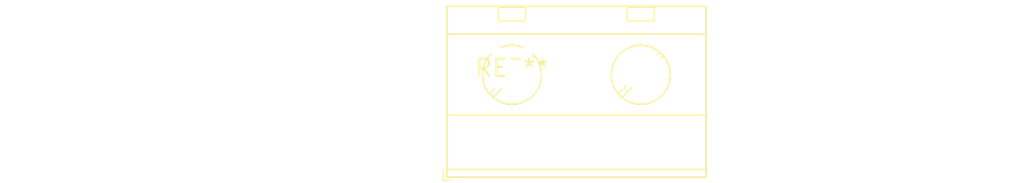
<source format=kicad_pcb>
(kicad_pcb (version 20240108) (generator pcbnew)
  (layers (0 "F.Cu" signal) (31 "B.Cu" signal) (34 "B.Paste" user) (35 "F.Paste" user) (36 "B.SilkS" user "B.Silkscreen") (37 "F.SilkS" user "F.Silkscreen") (38 "B.Mask" user) (39 "F.Mask" user) (44 "Edge.Cuts" user))
  (net 0 "")
  (footprint "TerminalBlock_MetzConnect_Type703_RT10N02HGLU_1x02_P9.52mm_Horizontal" (layer "F.Cu") (at 0 0)
    (property "Reference" "REF**")
    (property "Value" "TerminalBlock_MetzConnect_Type703_RT10N02HGLU_1x02_P9.52mm_Horizontal")
    (fp_line (start -5.06 7.56) (end -5.06 8.3) (layer "F.SilkS") (stroke (width 0.12)))
    (fp_line (start -5.06 8.3) (end -4.56 8.3) (layer "F.SilkS") (stroke (width 0.12)))
    (fp_line (start -4.82 -4.56) (end -4.82 8.06) (layer "F.SilkS") (stroke (width 0.12)))
    (fp_line (start -4.82 -4.56) (end 14.34 -4.56) (layer "F.SilkS") (stroke (width 0.12)))
    (fp_line (start -4.82 -2.5) (end 14.34 -2.5) (layer "F.SilkS") (stroke (width 0.12)))
    (fp_line (start -4.82 3.5) (end 14.34 3.5) (layer "F.SilkS") (stroke (width 0.12)))
    (fp_line (start -4.82 7.5) (end 14.34 7.5) (layer "F.SilkS") (stroke (width 0.12)))
    (fp_line (start -4.82 8.06) (end 14.34 8.06) (layer "F.SilkS") (stroke (width 0.12)))
    (fp_line (start -1.32 1.553) (end -1.654 1.888) (layer "F.SilkS") (stroke (width 0.12)))
    (fp_line (start -1 -4.5) (end -1 -3.5) (layer "F.SilkS") (stroke (width 0.12)))
    (fp_line (start -1 -4.5) (end 1 -4.5) (layer "F.SilkS") (stroke (width 0.12)))
    (fp_line (start -1 -3.5) (end 1 -3.5) (layer "F.SilkS") (stroke (width 0.12)))
    (fp_line (start -0.78 1.546) (end -1.388 2.154) (layer "F.SilkS") (stroke (width 0.12)))
    (fp_line (start 1 -4.5) (end 1 -3.5) (layer "F.SilkS") (stroke (width 0.12)))
    (fp_line (start 1.654 -0.888) (end 1.547 -0.781) (layer "F.SilkS") (stroke (width 0.12)))
    (fp_line (start 8.475 1.279) (end 7.867 1.888) (layer "F.SilkS") (stroke (width 0.12)))
    (fp_line (start 8.52 -4.5) (end 8.52 -3.5) (layer "F.SilkS") (stroke (width 0.12)))
    (fp_line (start 8.52 -4.5) (end 10.52 -4.5) (layer "F.SilkS") (stroke (width 0.12)))
    (fp_line (start 8.52 -3.5) (end 10.52 -3.5) (layer "F.SilkS") (stroke (width 0.12)))
    (fp_line (start 8.817 1.47) (end 8.133 2.154) (layer "F.SilkS") (stroke (width 0.12)))
    (fp_line (start 10.52 -4.5) (end 10.52 -3.5) (layer "F.SilkS") (stroke (width 0.12)))
    (fp_line (start 10.908 -1.154) (end 10.741 -0.986) (layer "F.SilkS") (stroke (width 0.12)))
    (fp_line (start 11.174 -0.888) (end 10.976 -0.69) (layer "F.SilkS") (stroke (width 0.12)))
    (fp_line (start 14.34 -4.56) (end 14.34 8.06) (layer "F.SilkS") (stroke (width 0.12)))
    (fp_arc (start -0.781211 -1.536303) (mid 0.000423 -1.681014) (end 0.782 -1.536) (layer "F.SilkS") (stroke (width 0.12)))
    (fp_arc (start 0.037945 2.680721) (mid -2.015074 1.334542) (end -1.515 -1.069) (layer "F.SilkS") (stroke (width 0.12)))
    (fp_arc (start 1.514355 -1.068161) (mid 2.021261 1.316642) (end 0 2.68) (layer "F.SilkS") (stroke (width 0.12)))
    (fp_circle (center 9.52 0.5) (end 11.7 0.5) (layer "F.SilkS") (stroke (width 0.12)) (fill none))
    (pad "1" thru_hole rect (at 0 0) (size 2.6 2.6) (drill 1.3) (layers *.Cu *.Mask) (remove_unused_layers))
    (pad "2" thru_hole circle (at 9.52 0) (size 2.6 2.6) (drill 1.3) (layers *.Cu *.Mask) (remove_unused_layers))
  )
)
</source>
